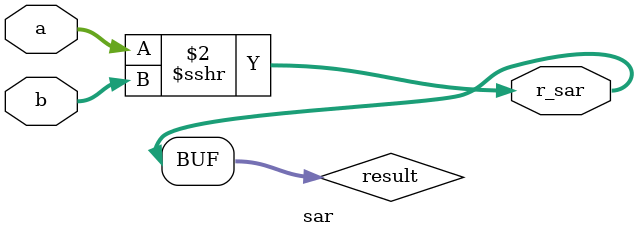
<source format=sv>
module sar #(parameter N=3)
            (input logic  [N-1:0] a, b,
             output logic [N-1:0] r_sar);

logic signed [N-1:0] result;

always_comb begin
	result = a >>> b;
end

assign r_sar = result;

endmodule
</source>
